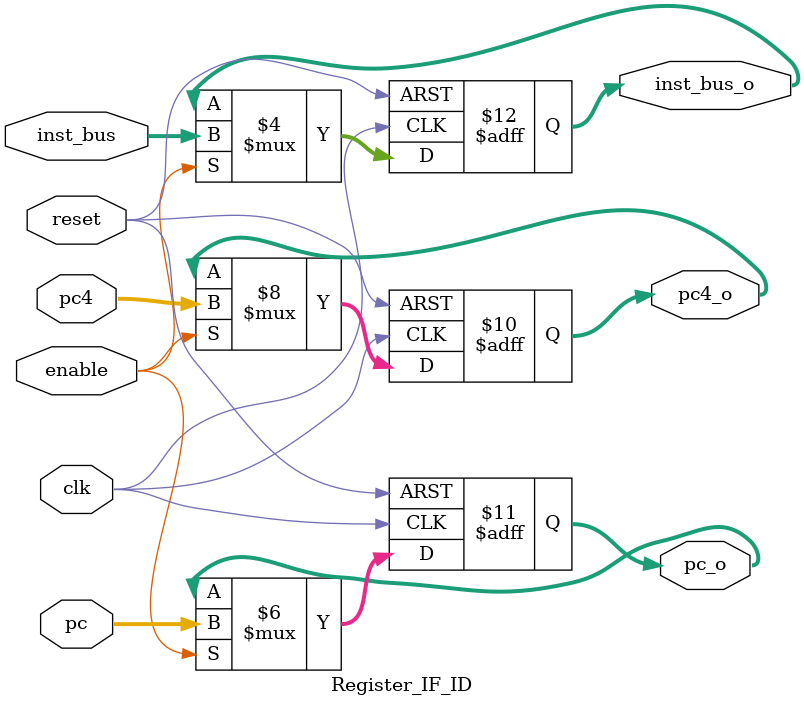
<source format=v>
/******************************************************************
* Description
*	This is a register that is used for implementing pipeline stall 
*	1.0
* Author:
*	Gabriela de la Fuente & Daniel Gutiérrez
******************************************************************/
module Register_IF_ID
#(
	parameter N = 32
)
(
	input clk,
	input reset,
	input enable,
	input  [N-1:0] pc,	//PC
	input  [N-1:0] inst_bus,	//Instruction_BUS
	input  [N-1:0] pc4,
	
	output reg [N-1:0] pc4_o,
	output reg [N-1:0] pc_o,
	output reg [N-1:0] inst_bus_o
);

always@(negedge reset or negedge clk) begin
	if(reset==0)
		begin
		pc_o <= 0;
		inst_bus_o <= 0;
		pc4_o <= 0;
		end
	else	
		if(enable==1)
		begin
			pc_o<=pc;
			inst_bus_o<=inst_bus;
			pc4_o<=pc4;
		end
end

endmodule
</source>
